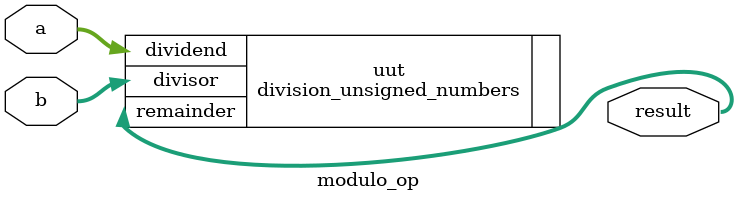
<source format=v>
`timescale 1ns / 1ps



module modulo_op(
input [31:0]a,b,
output [31:0] result 
    );

 division_unsigned_numbers uut ( .dividend(a), .divisor(b),.remainder(result));
 
endmodule

</source>
